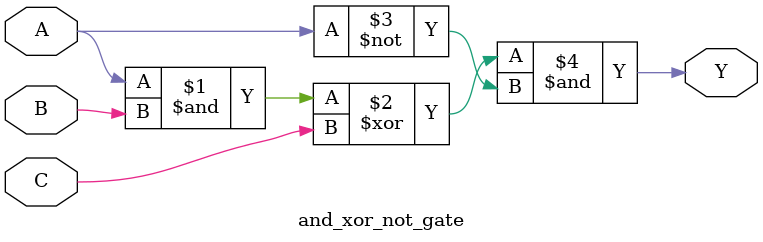
<source format=sv>
module and_xor_not_gate (
    input wire A, B, C,   // 输入A, B, C
    output wire Y         // 输出Y
);
    assign Y = ((A & B) ^ C) & ~A;  // 与、异或和非组合
endmodule

</source>
